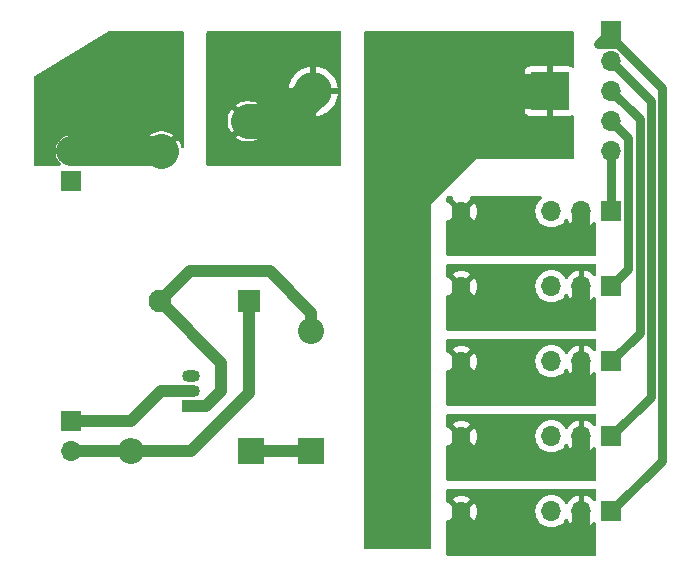
<source format=gbr>
%TF.GenerationSoftware,KiCad,Pcbnew,7.0.9*%
%TF.CreationDate,2024-02-06T23:46:10-08:00*%
%TF.ProjectId,AaronMotorDriver,4161726f-6e4d-46f7-946f-724472697665,rev?*%
%TF.SameCoordinates,Original*%
%TF.FileFunction,Copper,L1,Top*%
%TF.FilePolarity,Positive*%
%FSLAX46Y46*%
G04 Gerber Fmt 4.6, Leading zero omitted, Abs format (unit mm)*
G04 Created by KiCad (PCBNEW 7.0.9) date 2024-02-06 23:46:10*
%MOMM*%
%LPD*%
G01*
G04 APERTURE LIST*
%TA.AperFunction,ComponentPad*%
%ADD10C,1.600000*%
%TD*%
%TA.AperFunction,ComponentPad*%
%ADD11R,1.500000X1.050000*%
%TD*%
%TA.AperFunction,ComponentPad*%
%ADD12O,1.500000X1.050000*%
%TD*%
%TA.AperFunction,ComponentPad*%
%ADD13R,1.950000X1.950000*%
%TD*%
%TA.AperFunction,ComponentPad*%
%ADD14C,1.950000*%
%TD*%
%TA.AperFunction,ComponentPad*%
%ADD15C,2.400000*%
%TD*%
%TA.AperFunction,ComponentPad*%
%ADD16R,1.700000X1.700000*%
%TD*%
%TA.AperFunction,ComponentPad*%
%ADD17O,1.700000X1.700000*%
%TD*%
%TA.AperFunction,ComponentPad*%
%ADD18R,2.200000X2.200000*%
%TD*%
%TA.AperFunction,ComponentPad*%
%ADD19O,2.200000X2.200000*%
%TD*%
%TA.AperFunction,ComponentPad*%
%ADD20R,3.200000X3.200000*%
%TD*%
%TA.AperFunction,ComponentPad*%
%ADD21O,3.200000X3.200000*%
%TD*%
%TA.AperFunction,Conductor*%
%ADD22C,1.500000*%
%TD*%
%TA.AperFunction,Conductor*%
%ADD23C,2.500000*%
%TD*%
%TA.AperFunction,Conductor*%
%ADD24C,3.000000*%
%TD*%
%TA.AperFunction,Conductor*%
%ADD25C,0.750000*%
%TD*%
%TA.AperFunction,Conductor*%
%ADD26C,1.000000*%
%TD*%
G04 APERTURE END LIST*
D10*
%TO.P,TH5,2*%
%TO.N,Net-(J5-Pin_2)*%
X139700000Y-116840000D03*
%TO.P,TH5,1*%
%TO.N,Net-(D1-K)*%
X134620000Y-116840000D03*
%TD*%
%TO.P,TH4,2*%
%TO.N,Net-(J4-Pin_2)*%
X139700000Y-110490000D03*
%TO.P,TH4,1*%
%TO.N,Net-(D1-K)*%
X134620000Y-110490000D03*
%TD*%
%TO.P,TH3,1*%
%TO.N,Net-(D1-K)*%
X134620000Y-104140000D03*
%TO.P,TH3,2*%
%TO.N,Net-(J3-Pin_2)*%
X139700000Y-104140000D03*
%TD*%
%TO.P,TH2,2*%
%TO.N,Net-(J2-Pin_2)*%
X139700000Y-97790000D03*
%TO.P,TH2,1*%
%TO.N,Net-(D1-K)*%
X134620000Y-97790000D03*
%TD*%
%TO.P,TH1,2*%
%TO.N,Net-(J1-Pin_2)*%
X139700000Y-91440000D03*
%TO.P,TH1,1*%
%TO.N,Net-(D1-K)*%
X134620000Y-91440000D03*
%TD*%
D11*
%TO.P,Q1,1,C*%
%TO.N,Net-(D3-A)*%
X116840000Y-107950000D03*
D12*
%TO.P,Q1,2,B*%
%TO.N,RelayControl*%
X116840000Y-106680000D03*
%TO.P,Q1,3,E*%
%TO.N,GND*%
X116840000Y-105410000D03*
%TD*%
D13*
%TO.P,K1,1,COIL_1*%
%TO.N,VCC*%
X121750000Y-99060000D03*
D14*
%TO.P,K1,2,COIL_2*%
%TO.N,Net-(D3-A)*%
X114150000Y-99060000D03*
D15*
%TO.P,K1,3,COM*%
%TO.N,5V*%
X114300000Y-86360000D03*
%TO.P,K1,4,NO*%
%TO.N,Net-(D1-A)*%
X121600000Y-83810000D03*
%TD*%
D16*
%TO.P,J9,1,Pin_1*%
%TO.N,GND*%
X106680000Y-88900000D03*
D17*
%TO.P,J9,2,Pin_2*%
%TO.N,5V*%
X106680000Y-86360000D03*
%TD*%
D16*
%TO.P,J8,1,Pin_1*%
%TO.N,PWM4*%
X152400000Y-76200000D03*
D17*
%TO.P,J8,2,Pin_2*%
%TO.N,PWM3*%
X152400000Y-78740000D03*
%TO.P,J8,3,Pin_3*%
%TO.N,PWM2*%
X152400000Y-81280000D03*
%TO.P,J8,4,Pin_4*%
%TO.N,PWM1*%
X152400000Y-83820000D03*
%TO.P,J8,5,Pin_5*%
%TO.N,PWM0*%
X152400000Y-86360000D03*
%TD*%
D16*
%TO.P,J7,1,Pin_1*%
%TO.N,RelayControl*%
X106680000Y-109220000D03*
D17*
%TO.P,J7,2,Pin_2*%
%TO.N,VCC*%
X106680000Y-111760000D03*
%TD*%
%TO.P,J5,3,Pin_3*%
%TO.N,GND*%
X147320000Y-116840000D03*
%TO.P,J5,2,Pin_2*%
%TO.N,Net-(J5-Pin_2)*%
X149860000Y-116840000D03*
D16*
%TO.P,J5,1,Pin_1*%
%TO.N,PWM4*%
X152400000Y-116840000D03*
%TD*%
%TO.P,J4,1,Pin_1*%
%TO.N,PWM3*%
X152400000Y-110490000D03*
D17*
%TO.P,J4,2,Pin_2*%
%TO.N,Net-(J4-Pin_2)*%
X149860000Y-110490000D03*
%TO.P,J4,3,Pin_3*%
%TO.N,GND*%
X147320000Y-110490000D03*
%TD*%
D16*
%TO.P,J3,1,Pin_1*%
%TO.N,PWM2*%
X152400000Y-104140000D03*
D17*
%TO.P,J3,2,Pin_2*%
%TO.N,Net-(J3-Pin_2)*%
X149860000Y-104140000D03*
%TO.P,J3,3,Pin_3*%
%TO.N,GND*%
X147320000Y-104140000D03*
%TD*%
D16*
%TO.P,J2,1,Pin_1*%
%TO.N,PWM1*%
X152400000Y-97790000D03*
D17*
%TO.P,J2,2,Pin_2*%
%TO.N,Net-(J2-Pin_2)*%
X149860000Y-97790000D03*
%TO.P,J2,3,Pin_3*%
%TO.N,GND*%
X147320000Y-97790000D03*
%TD*%
%TO.P,J1,3,Pin_3*%
%TO.N,GND*%
X147320000Y-91440000D03*
%TO.P,J1,2,Pin_2*%
%TO.N,Net-(J1-Pin_2)*%
X149860000Y-91440000D03*
D16*
%TO.P,J1,1,Pin_1*%
%TO.N,PWM0*%
X152400000Y-91440000D03*
%TD*%
D18*
%TO.P,D3,1,K*%
%TO.N,Net-(D2-K)*%
X127000000Y-111760000D03*
D19*
%TO.P,D3,2,A*%
%TO.N,Net-(D3-A)*%
X127000000Y-101600000D03*
%TD*%
D18*
%TO.P,D2,1,K*%
%TO.N,Net-(D2-K)*%
X121920000Y-111760000D03*
D19*
%TO.P,D2,2,A*%
%TO.N,VCC*%
X111760000Y-111760000D03*
%TD*%
D20*
%TO.P,D1,1,K*%
%TO.N,Net-(D1-K)*%
X147160000Y-81280000D03*
D21*
%TO.P,D1,2,A*%
%TO.N,Net-(D1-A)*%
X127160000Y-81280000D03*
%TD*%
D22*
%TO.N,Net-(J2-Pin_2)*%
X149860000Y-97790000D02*
X149860000Y-98992081D01*
D23*
%TO.N,5V*%
X106680000Y-86360000D02*
X114300000Y-86360000D01*
D24*
%TO.N,Net-(D1-K)*%
X142875000Y-81280000D02*
X134620000Y-89535000D01*
X134620000Y-89535000D02*
X134620000Y-116840000D01*
X147160000Y-81280000D02*
X142875000Y-81280000D01*
D22*
%TO.N,Net-(J5-Pin_2)*%
X139700000Y-118110000D02*
X139700000Y-116840000D01*
X140970000Y-119380000D02*
X139700000Y-118110000D01*
X149860000Y-118042081D02*
X148522081Y-119380000D01*
X149860000Y-116840000D02*
X149860000Y-118042081D01*
X148522081Y-119380000D02*
X140970000Y-119380000D01*
%TO.N,Net-(J4-Pin_2)*%
X148522081Y-113030000D02*
X149860000Y-111692081D01*
X149860000Y-111692081D02*
X149860000Y-110490000D01*
X140970000Y-113030000D02*
X148522081Y-113030000D01*
X139700000Y-111760000D02*
X140970000Y-113030000D01*
X139700000Y-110490000D02*
X139700000Y-111760000D01*
%TO.N,Net-(J3-Pin_2)*%
X140970000Y-106680000D02*
X139700000Y-105410000D01*
X148522081Y-106680000D02*
X140970000Y-106680000D01*
X149860000Y-105342081D02*
X148522081Y-106680000D01*
X149860000Y-104140000D02*
X149860000Y-105342081D01*
X139700000Y-105410000D02*
X139700000Y-104140000D01*
%TO.N,Net-(J2-Pin_2)*%
X140970000Y-100330000D02*
X139700000Y-99060000D01*
X148522081Y-100330000D02*
X140970000Y-100330000D01*
X149860000Y-98992081D02*
X148522081Y-100330000D01*
X139700000Y-99060000D02*
X139700000Y-97790000D01*
%TO.N,Net-(J1-Pin_2)*%
X140970000Y-93980000D02*
X139700000Y-92710000D01*
X148522081Y-93980000D02*
X140970000Y-93980000D01*
X149860000Y-92642081D02*
X148522081Y-93980000D01*
X149860000Y-91440000D02*
X149860000Y-92642081D01*
X139700000Y-92710000D02*
X139700000Y-91440000D01*
D25*
%TO.N,PWM4*%
X156675000Y-80999745D02*
X156675000Y-112565000D01*
X152990255Y-77315000D02*
X156675000Y-80999745D01*
X152400000Y-76200000D02*
X151285000Y-77315000D01*
X151285000Y-77315000D02*
X152990255Y-77315000D01*
X156675000Y-112565000D02*
X152400000Y-116840000D01*
%TO.N,PWM3*%
X155725000Y-107165000D02*
X152400000Y-110490000D01*
X155725000Y-82065000D02*
X155725000Y-107165000D01*
X152400000Y-78740000D02*
X155725000Y-82065000D01*
%TO.N,PWM2*%
X154775000Y-101765000D02*
X152400000Y-104140000D01*
X154775000Y-83655000D02*
X154775000Y-101765000D01*
X152400000Y-81280000D02*
X154775000Y-83655000D01*
%TO.N,PWM1*%
X153825000Y-96365000D02*
X152400000Y-97790000D01*
X153825000Y-85245000D02*
X153825000Y-96365000D01*
X152400000Y-83820000D02*
X153825000Y-85245000D01*
%TO.N,PWM0*%
X152400000Y-86360000D02*
X152400000Y-91440000D01*
D26*
%TO.N,Net-(D3-A)*%
X114150000Y-99060000D02*
X119380000Y-104290000D01*
%TO.N,RelayControl*%
X114300000Y-106680000D02*
X111760000Y-109220000D01*
X116840000Y-106680000D02*
X114300000Y-106680000D01*
X111760000Y-109220000D02*
X106680000Y-109220000D01*
%TO.N,Net-(D3-A)*%
X119380000Y-106680000D02*
X118110000Y-107950000D01*
X119380000Y-104290000D02*
X119380000Y-106680000D01*
X118110000Y-107950000D02*
X116840000Y-107950000D01*
X116690000Y-96520000D02*
X114150000Y-99060000D01*
X127000000Y-100044366D02*
X123475634Y-96520000D01*
X127000000Y-101600000D02*
X127000000Y-100044366D01*
X123475634Y-96520000D02*
X116690000Y-96520000D01*
%TO.N,Net-(D2-K)*%
X121920000Y-111760000D02*
X127000000Y-111760000D01*
%TO.N,VCC*%
X116840000Y-111760000D02*
X121750000Y-106850000D01*
X111760000Y-111760000D02*
X116840000Y-111760000D01*
X106680000Y-111760000D02*
X111760000Y-111760000D01*
X121750000Y-99060000D02*
X121750000Y-106850000D01*
D24*
%TO.N,Net-(D1-A)*%
X121600000Y-83810000D02*
X124630000Y-83810000D01*
X124630000Y-83810000D02*
X127160000Y-81280000D01*
%TO.N,5V*%
X114300000Y-86360000D02*
X114290000Y-86370000D01*
%TD*%
%TA.AperFunction,Conductor*%
%TO.N,5V*%
G36*
X116148039Y-76219685D02*
G01*
X116193794Y-76272489D01*
X116205000Y-76324000D01*
X116205000Y-85966087D01*
X116185315Y-86033126D01*
X116132511Y-86078881D01*
X116063353Y-86088825D01*
X115999797Y-86059800D01*
X115962023Y-86001022D01*
X115960109Y-85993680D01*
X115929031Y-85857522D01*
X115929026Y-85857505D01*
X115835941Y-85620328D01*
X115835942Y-85620328D01*
X115708544Y-85399671D01*
X115666545Y-85347005D01*
X115016660Y-85996890D01*
X114929423Y-85858052D01*
X114801948Y-85730577D01*
X114663108Y-85643338D01*
X115313185Y-84993261D01*
X115152377Y-84883624D01*
X115152376Y-84883623D01*
X114922823Y-84773078D01*
X114922825Y-84773078D01*
X114679347Y-84697975D01*
X114679341Y-84697973D01*
X114427404Y-84660000D01*
X114172595Y-84660000D01*
X113920658Y-84697973D01*
X113920652Y-84697975D01*
X113677175Y-84773078D01*
X113447624Y-84883623D01*
X113447616Y-84883628D01*
X113286813Y-84993261D01*
X113936891Y-85643338D01*
X113798052Y-85730577D01*
X113670577Y-85858052D01*
X113583338Y-85996891D01*
X112933453Y-85347006D01*
X112891455Y-85399670D01*
X112764058Y-85620328D01*
X112670973Y-85857505D01*
X112670968Y-85857522D01*
X112614273Y-86105920D01*
X112595233Y-86359995D01*
X112595233Y-86360004D01*
X112614273Y-86614079D01*
X112670968Y-86862477D01*
X112670973Y-86862494D01*
X112764058Y-87099671D01*
X112764057Y-87099671D01*
X112891455Y-87320328D01*
X112977868Y-87428687D01*
X113004277Y-87493374D01*
X112991520Y-87562069D01*
X112943650Y-87612963D01*
X112880921Y-87630000D01*
X107845389Y-87630000D01*
X107778350Y-87610315D01*
X107772790Y-87606455D01*
X107772334Y-87606206D01*
X107772331Y-87606204D01*
X107772326Y-87606202D01*
X107640401Y-87556997D01*
X107584467Y-87515126D01*
X107560050Y-87449662D01*
X107574902Y-87381389D01*
X107596053Y-87353133D01*
X107718108Y-87231078D01*
X107853600Y-87037578D01*
X107953429Y-86823492D01*
X107953432Y-86823486D01*
X108010636Y-86610000D01*
X107113686Y-86610000D01*
X107139493Y-86569844D01*
X107180000Y-86431889D01*
X107180000Y-86288111D01*
X107139493Y-86150156D01*
X107113686Y-86110000D01*
X108010636Y-86110000D01*
X108010635Y-86109999D01*
X107953432Y-85896513D01*
X107953429Y-85896507D01*
X107853600Y-85682422D01*
X107853599Y-85682420D01*
X107718113Y-85488926D01*
X107718108Y-85488920D01*
X107551082Y-85321894D01*
X107357578Y-85186399D01*
X107143492Y-85086570D01*
X107143486Y-85086567D01*
X106930000Y-85029364D01*
X106930000Y-85924498D01*
X106822315Y-85875320D01*
X106715763Y-85860000D01*
X106644237Y-85860000D01*
X106537685Y-85875320D01*
X106430000Y-85924498D01*
X106430000Y-85029364D01*
X106429999Y-85029364D01*
X106216513Y-85086567D01*
X106216507Y-85086570D01*
X106002422Y-85186399D01*
X106002420Y-85186400D01*
X105808926Y-85321886D01*
X105808920Y-85321891D01*
X105641891Y-85488920D01*
X105641886Y-85488926D01*
X105506400Y-85682420D01*
X105506399Y-85682422D01*
X105406570Y-85896507D01*
X105406567Y-85896513D01*
X105349364Y-86109999D01*
X105349364Y-86110000D01*
X106246314Y-86110000D01*
X106220507Y-86150156D01*
X106180000Y-86288111D01*
X106180000Y-86431889D01*
X106220507Y-86569844D01*
X106246314Y-86610000D01*
X105349364Y-86610000D01*
X105406567Y-86823486D01*
X105406570Y-86823492D01*
X105506399Y-87037578D01*
X105641894Y-87231082D01*
X105763946Y-87353134D01*
X105797431Y-87414457D01*
X105792447Y-87484149D01*
X105750575Y-87540082D01*
X105719598Y-87556997D01*
X105587673Y-87606202D01*
X105579891Y-87610452D01*
X105579066Y-87608942D01*
X105523457Y-87629684D01*
X105514611Y-87630000D01*
X103629000Y-87630000D01*
X103561961Y-87610315D01*
X103516206Y-87557511D01*
X103505000Y-87506000D01*
X103505000Y-80080207D01*
X103524685Y-80013168D01*
X103565203Y-79973878D01*
X109822192Y-76219685D01*
X109825548Y-76217670D01*
X109889345Y-76200000D01*
X116081000Y-76200000D01*
X116148039Y-76219685D01*
G37*
%TD.AperFunction*%
%TD*%
%TA.AperFunction,Conductor*%
%TO.N,Net-(D1-A)*%
G36*
X129483039Y-76219685D02*
G01*
X129528794Y-76272489D01*
X129540000Y-76324000D01*
X129540000Y-87506000D01*
X129520315Y-87573039D01*
X129467511Y-87618794D01*
X129416000Y-87630000D01*
X118234000Y-87630000D01*
X118166961Y-87610315D01*
X118121206Y-87557511D01*
X118110000Y-87506000D01*
X118110000Y-83810004D01*
X119895233Y-83810004D01*
X119914273Y-84064079D01*
X119970968Y-84312477D01*
X119970973Y-84312494D01*
X120064058Y-84549671D01*
X120064057Y-84549671D01*
X120191457Y-84770332D01*
X120233452Y-84822993D01*
X120233453Y-84822993D01*
X120883338Y-84173108D01*
X120970577Y-84311948D01*
X121098052Y-84439423D01*
X121236890Y-84526661D01*
X120586813Y-85176737D01*
X120747623Y-85286375D01*
X120747624Y-85286376D01*
X120977176Y-85396921D01*
X120977174Y-85396921D01*
X121220652Y-85472024D01*
X121220658Y-85472026D01*
X121472595Y-85509999D01*
X121472604Y-85510000D01*
X121727396Y-85510000D01*
X121727404Y-85509999D01*
X121979341Y-85472026D01*
X121979347Y-85472024D01*
X122222824Y-85396921D01*
X122452381Y-85286373D01*
X122613185Y-85176737D01*
X121963108Y-84526661D01*
X122101948Y-84439423D01*
X122229423Y-84311948D01*
X122316661Y-84173108D01*
X122966545Y-84822993D01*
X123008545Y-84770327D01*
X123135941Y-84549671D01*
X123229026Y-84312494D01*
X123229031Y-84312477D01*
X123285726Y-84064079D01*
X123304767Y-83810004D01*
X123304767Y-83809995D01*
X123285726Y-83555920D01*
X123229031Y-83307522D01*
X123229026Y-83307505D01*
X123135941Y-83070328D01*
X123135942Y-83070328D01*
X123008544Y-82849671D01*
X122966546Y-82797006D01*
X122316661Y-83446890D01*
X122229423Y-83308052D01*
X122101948Y-83180577D01*
X121963108Y-83093338D01*
X122613185Y-82443261D01*
X122452377Y-82333624D01*
X122452376Y-82333623D01*
X122222823Y-82223078D01*
X122222825Y-82223078D01*
X121979347Y-82147975D01*
X121979341Y-82147973D01*
X121727404Y-82110000D01*
X121472595Y-82110000D01*
X121220658Y-82147973D01*
X121220652Y-82147975D01*
X120977175Y-82223078D01*
X120747624Y-82333623D01*
X120747616Y-82333628D01*
X120586813Y-82443261D01*
X121236891Y-83093338D01*
X121098052Y-83180577D01*
X120970577Y-83308052D01*
X120883338Y-83446891D01*
X120233453Y-82797006D01*
X120191455Y-82849670D01*
X120064058Y-83070328D01*
X119970973Y-83307505D01*
X119970968Y-83307522D01*
X119914273Y-83555920D01*
X119895233Y-83809995D01*
X119895233Y-83810004D01*
X118110000Y-83810004D01*
X118110000Y-81029999D01*
X125072192Y-81029999D01*
X125072193Y-81030000D01*
X126399917Y-81030000D01*
X126375123Y-81100857D01*
X126354938Y-81280000D01*
X126375123Y-81459143D01*
X126399917Y-81530000D01*
X125072193Y-81530000D01*
X125074697Y-81566619D01*
X125133146Y-81847888D01*
X125133150Y-81847902D01*
X125229355Y-82118595D01*
X125361527Y-82373676D01*
X125527204Y-82608385D01*
X125527204Y-82608386D01*
X125723288Y-82818341D01*
X125946135Y-82999641D01*
X125946146Y-82999648D01*
X126191607Y-83148917D01*
X126455108Y-83263371D01*
X126731737Y-83340879D01*
X126731746Y-83340881D01*
X126909999Y-83365380D01*
X126910000Y-83365380D01*
X126910000Y-82040083D01*
X126980857Y-82064877D01*
X127115074Y-82080000D01*
X127204926Y-82080000D01*
X127339143Y-82064877D01*
X127410000Y-82040083D01*
X127410000Y-83365380D01*
X127588253Y-83340881D01*
X127588262Y-83340879D01*
X127864891Y-83263371D01*
X128128392Y-83148917D01*
X128373853Y-82999648D01*
X128373864Y-82999641D01*
X128596711Y-82818341D01*
X128792795Y-82608386D01*
X128792795Y-82608385D01*
X128958472Y-82373676D01*
X129090644Y-82118595D01*
X129186849Y-81847902D01*
X129186853Y-81847888D01*
X129245302Y-81566619D01*
X129247807Y-81530000D01*
X127920083Y-81530000D01*
X127944877Y-81459143D01*
X127965062Y-81280000D01*
X127944877Y-81100857D01*
X127920083Y-81030000D01*
X129247807Y-81030000D01*
X129247807Y-81029999D01*
X129245302Y-80993380D01*
X129186853Y-80712111D01*
X129186849Y-80712097D01*
X129090644Y-80441404D01*
X128958472Y-80186323D01*
X128792795Y-79951614D01*
X128792795Y-79951613D01*
X128596711Y-79741658D01*
X128373864Y-79560358D01*
X128373853Y-79560351D01*
X128128392Y-79411082D01*
X127864891Y-79296628D01*
X127588262Y-79219120D01*
X127588255Y-79219119D01*
X127410000Y-79194618D01*
X127410000Y-80519916D01*
X127339143Y-80495123D01*
X127204926Y-80480000D01*
X127115074Y-80480000D01*
X126980857Y-80495123D01*
X126910000Y-80519916D01*
X126910000Y-79194618D01*
X126731744Y-79219119D01*
X126731737Y-79219120D01*
X126455108Y-79296628D01*
X126191607Y-79411082D01*
X125946146Y-79560351D01*
X125946135Y-79560358D01*
X125723288Y-79741658D01*
X125527204Y-79951613D01*
X125527204Y-79951614D01*
X125361527Y-80186323D01*
X125229355Y-80441404D01*
X125133150Y-80712097D01*
X125133146Y-80712111D01*
X125074697Y-80993380D01*
X125072192Y-81029999D01*
X118110000Y-81029999D01*
X118110000Y-76324000D01*
X118129685Y-76256961D01*
X118182489Y-76211206D01*
X118234000Y-76200000D01*
X129416000Y-76200000D01*
X129483039Y-76219685D01*
G37*
%TD.AperFunction*%
%TD*%
%TA.AperFunction,Conductor*%
%TO.N,Net-(D1-K)*%
G36*
X149168039Y-76219685D02*
G01*
X149213794Y-76272489D01*
X149225000Y-76324000D01*
X149225000Y-79155795D01*
X149205315Y-79222834D01*
X149152511Y-79268589D01*
X149083353Y-79278533D01*
X149026690Y-79255063D01*
X149002088Y-79236646D01*
X149002086Y-79236645D01*
X148867379Y-79186403D01*
X148867372Y-79186401D01*
X148807844Y-79180000D01*
X147410000Y-79180000D01*
X147410000Y-80519916D01*
X147339143Y-80495123D01*
X147204926Y-80480000D01*
X147115074Y-80480000D01*
X146980857Y-80495123D01*
X146910000Y-80519916D01*
X146910000Y-79180000D01*
X145512155Y-79180000D01*
X145452627Y-79186401D01*
X145452620Y-79186403D01*
X145317913Y-79236645D01*
X145317906Y-79236649D01*
X145202812Y-79322809D01*
X145202809Y-79322812D01*
X145116649Y-79437906D01*
X145116645Y-79437913D01*
X145066403Y-79572620D01*
X145066401Y-79572627D01*
X145060000Y-79632155D01*
X145060000Y-81030000D01*
X146399917Y-81030000D01*
X146375123Y-81100857D01*
X146354938Y-81280000D01*
X146375123Y-81459143D01*
X146399917Y-81530000D01*
X145060000Y-81530000D01*
X145060000Y-82927844D01*
X145066401Y-82987372D01*
X145066403Y-82987379D01*
X145116645Y-83122086D01*
X145116649Y-83122093D01*
X145202809Y-83237187D01*
X145202812Y-83237190D01*
X145317906Y-83323350D01*
X145317913Y-83323354D01*
X145452620Y-83373596D01*
X145452627Y-83373598D01*
X145512155Y-83379999D01*
X145512172Y-83380000D01*
X146910000Y-83380000D01*
X146910000Y-82040083D01*
X146980857Y-82064877D01*
X147115074Y-82080000D01*
X147204926Y-82080000D01*
X147339143Y-82064877D01*
X147410000Y-82040083D01*
X147410000Y-83380000D01*
X148807828Y-83380000D01*
X148807844Y-83379999D01*
X148867372Y-83373598D01*
X148867379Y-83373596D01*
X149002086Y-83323354D01*
X149002089Y-83323352D01*
X149026688Y-83304938D01*
X149092152Y-83280520D01*
X149160425Y-83295371D01*
X149209831Y-83344776D01*
X149225000Y-83404204D01*
X149225000Y-86871000D01*
X149205315Y-86938039D01*
X149152511Y-86983794D01*
X149101000Y-86995000D01*
X140970000Y-86995000D01*
X137155000Y-90805000D01*
X137159666Y-118066269D01*
X137159979Y-119890979D01*
X137140306Y-119958022D01*
X137087510Y-120003786D01*
X137035979Y-120015000D01*
X131569000Y-120015000D01*
X131501961Y-119995315D01*
X131456206Y-119942511D01*
X131445000Y-119891000D01*
X131445000Y-116840002D01*
X133315034Y-116840002D01*
X133334858Y-117066599D01*
X133334860Y-117066610D01*
X133393730Y-117286317D01*
X133393734Y-117286326D01*
X133489865Y-117492481D01*
X133489866Y-117492483D01*
X133540973Y-117565471D01*
X133540974Y-117565472D01*
X134222046Y-116884399D01*
X134234835Y-116965148D01*
X134292359Y-117078045D01*
X134381955Y-117167641D01*
X134494852Y-117225165D01*
X134575599Y-117237953D01*
X133894526Y-117919025D01*
X133894526Y-117919026D01*
X133967512Y-117970131D01*
X133967516Y-117970133D01*
X134173673Y-118066265D01*
X134173682Y-118066269D01*
X134393389Y-118125139D01*
X134393400Y-118125141D01*
X134619998Y-118144966D01*
X134620002Y-118144966D01*
X134846599Y-118125141D01*
X134846610Y-118125139D01*
X135066317Y-118066269D01*
X135066331Y-118066264D01*
X135272478Y-117970136D01*
X135345472Y-117919025D01*
X134664401Y-117237953D01*
X134745148Y-117225165D01*
X134858045Y-117167641D01*
X134947641Y-117078045D01*
X135005165Y-116965148D01*
X135017953Y-116884400D01*
X135699025Y-117565472D01*
X135750136Y-117492478D01*
X135846264Y-117286331D01*
X135846269Y-117286317D01*
X135905139Y-117066610D01*
X135905141Y-117066599D01*
X135924966Y-116840002D01*
X135924966Y-116839997D01*
X135905141Y-116613400D01*
X135905139Y-116613389D01*
X135846269Y-116393682D01*
X135846265Y-116393673D01*
X135750133Y-116187516D01*
X135750131Y-116187512D01*
X135699026Y-116114526D01*
X135699025Y-116114526D01*
X135017953Y-116795598D01*
X135005165Y-116714852D01*
X134947641Y-116601955D01*
X134858045Y-116512359D01*
X134745148Y-116454835D01*
X134664400Y-116442046D01*
X135345472Y-115760974D01*
X135345471Y-115760973D01*
X135272483Y-115709866D01*
X135272481Y-115709865D01*
X135066326Y-115613734D01*
X135066317Y-115613730D01*
X134846610Y-115554860D01*
X134846599Y-115554858D01*
X134620002Y-115535034D01*
X134619998Y-115535034D01*
X134393400Y-115554858D01*
X134393389Y-115554860D01*
X134173682Y-115613730D01*
X134173673Y-115613734D01*
X133967513Y-115709868D01*
X133894527Y-115760972D01*
X133894526Y-115760973D01*
X134575600Y-116442046D01*
X134494852Y-116454835D01*
X134381955Y-116512359D01*
X134292359Y-116601955D01*
X134234835Y-116714852D01*
X134222046Y-116795599D01*
X133540973Y-116114526D01*
X133540972Y-116114527D01*
X133489868Y-116187513D01*
X133393734Y-116393673D01*
X133393730Y-116393682D01*
X133334860Y-116613389D01*
X133334858Y-116613400D01*
X133315034Y-116839997D01*
X133315034Y-116840002D01*
X131445000Y-116840002D01*
X131445000Y-110490002D01*
X133315034Y-110490002D01*
X133334858Y-110716599D01*
X133334860Y-110716610D01*
X133393730Y-110936317D01*
X133393734Y-110936326D01*
X133489865Y-111142481D01*
X133489866Y-111142483D01*
X133540973Y-111215471D01*
X133540974Y-111215472D01*
X134222046Y-110534399D01*
X134234835Y-110615148D01*
X134292359Y-110728045D01*
X134381955Y-110817641D01*
X134494852Y-110875165D01*
X134575599Y-110887953D01*
X133894526Y-111569025D01*
X133894526Y-111569026D01*
X133967512Y-111620131D01*
X133967516Y-111620133D01*
X134173673Y-111716265D01*
X134173682Y-111716269D01*
X134393389Y-111775139D01*
X134393400Y-111775141D01*
X134619998Y-111794966D01*
X134620002Y-111794966D01*
X134846599Y-111775141D01*
X134846610Y-111775139D01*
X135066317Y-111716269D01*
X135066331Y-111716264D01*
X135272478Y-111620136D01*
X135345472Y-111569025D01*
X134664401Y-110887953D01*
X134745148Y-110875165D01*
X134858045Y-110817641D01*
X134947641Y-110728045D01*
X135005165Y-110615148D01*
X135017953Y-110534400D01*
X135699025Y-111215472D01*
X135750136Y-111142478D01*
X135846264Y-110936331D01*
X135846269Y-110936317D01*
X135905139Y-110716610D01*
X135905141Y-110716599D01*
X135924966Y-110490002D01*
X135924966Y-110489997D01*
X135905141Y-110263400D01*
X135905139Y-110263389D01*
X135846269Y-110043682D01*
X135846265Y-110043673D01*
X135750133Y-109837516D01*
X135750131Y-109837512D01*
X135699026Y-109764526D01*
X135699025Y-109764526D01*
X135017953Y-110445598D01*
X135005165Y-110364852D01*
X134947641Y-110251955D01*
X134858045Y-110162359D01*
X134745148Y-110104835D01*
X134664400Y-110092046D01*
X135345472Y-109410974D01*
X135345471Y-109410973D01*
X135272483Y-109359866D01*
X135272481Y-109359865D01*
X135066326Y-109263734D01*
X135066317Y-109263730D01*
X134846610Y-109204860D01*
X134846599Y-109204858D01*
X134620002Y-109185034D01*
X134619998Y-109185034D01*
X134393400Y-109204858D01*
X134393389Y-109204860D01*
X134173682Y-109263730D01*
X134173673Y-109263734D01*
X133967513Y-109359868D01*
X133894527Y-109410972D01*
X133894526Y-109410973D01*
X134575600Y-110092046D01*
X134494852Y-110104835D01*
X134381955Y-110162359D01*
X134292359Y-110251955D01*
X134234835Y-110364852D01*
X134222046Y-110445599D01*
X133540973Y-109764526D01*
X133540972Y-109764527D01*
X133489868Y-109837513D01*
X133393734Y-110043673D01*
X133393730Y-110043682D01*
X133334860Y-110263389D01*
X133334858Y-110263400D01*
X133315034Y-110489997D01*
X133315034Y-110490002D01*
X131445000Y-110490002D01*
X131445000Y-104140002D01*
X133315034Y-104140002D01*
X133334858Y-104366599D01*
X133334860Y-104366610D01*
X133393730Y-104586317D01*
X133393734Y-104586326D01*
X133489865Y-104792481D01*
X133489866Y-104792483D01*
X133540973Y-104865471D01*
X133540974Y-104865472D01*
X134222046Y-104184399D01*
X134234835Y-104265148D01*
X134292359Y-104378045D01*
X134381955Y-104467641D01*
X134494852Y-104525165D01*
X134575599Y-104537953D01*
X133894526Y-105219025D01*
X133894526Y-105219026D01*
X133967512Y-105270131D01*
X133967516Y-105270133D01*
X134173673Y-105366265D01*
X134173682Y-105366269D01*
X134393389Y-105425139D01*
X134393400Y-105425141D01*
X134619998Y-105444966D01*
X134620002Y-105444966D01*
X134846599Y-105425141D01*
X134846610Y-105425139D01*
X135066317Y-105366269D01*
X135066331Y-105366264D01*
X135272478Y-105270136D01*
X135345472Y-105219025D01*
X134664401Y-104537953D01*
X134745148Y-104525165D01*
X134858045Y-104467641D01*
X134947641Y-104378045D01*
X135005165Y-104265148D01*
X135017953Y-104184400D01*
X135699025Y-104865472D01*
X135750136Y-104792478D01*
X135846264Y-104586331D01*
X135846269Y-104586317D01*
X135905139Y-104366610D01*
X135905141Y-104366599D01*
X135924966Y-104140002D01*
X135924966Y-104139997D01*
X135905141Y-103913400D01*
X135905139Y-103913389D01*
X135846269Y-103693682D01*
X135846265Y-103693673D01*
X135750133Y-103487516D01*
X135750131Y-103487512D01*
X135699026Y-103414526D01*
X135699025Y-103414526D01*
X135017953Y-104095598D01*
X135005165Y-104014852D01*
X134947641Y-103901955D01*
X134858045Y-103812359D01*
X134745148Y-103754835D01*
X134664400Y-103742046D01*
X135345472Y-103060974D01*
X135345471Y-103060973D01*
X135272483Y-103009866D01*
X135272481Y-103009865D01*
X135066326Y-102913734D01*
X135066317Y-102913730D01*
X134846610Y-102854860D01*
X134846599Y-102854858D01*
X134620002Y-102835034D01*
X134619998Y-102835034D01*
X134393400Y-102854858D01*
X134393389Y-102854860D01*
X134173682Y-102913730D01*
X134173673Y-102913734D01*
X133967513Y-103009868D01*
X133894527Y-103060972D01*
X133894526Y-103060973D01*
X134575600Y-103742046D01*
X134494852Y-103754835D01*
X134381955Y-103812359D01*
X134292359Y-103901955D01*
X134234835Y-104014852D01*
X134222046Y-104095599D01*
X133540973Y-103414526D01*
X133540972Y-103414527D01*
X133489868Y-103487513D01*
X133393734Y-103693673D01*
X133393730Y-103693682D01*
X133334860Y-103913389D01*
X133334858Y-103913400D01*
X133315034Y-104139997D01*
X133315034Y-104140002D01*
X131445000Y-104140002D01*
X131445000Y-97790002D01*
X133315034Y-97790002D01*
X133334858Y-98016599D01*
X133334860Y-98016610D01*
X133393730Y-98236317D01*
X133393734Y-98236326D01*
X133489865Y-98442481D01*
X133489866Y-98442483D01*
X133540973Y-98515471D01*
X133540974Y-98515472D01*
X134222046Y-97834399D01*
X134234835Y-97915148D01*
X134292359Y-98028045D01*
X134381955Y-98117641D01*
X134494852Y-98175165D01*
X134575599Y-98187953D01*
X133894526Y-98869025D01*
X133894526Y-98869026D01*
X133967512Y-98920131D01*
X133967516Y-98920133D01*
X134173673Y-99016265D01*
X134173682Y-99016269D01*
X134393389Y-99075139D01*
X134393400Y-99075141D01*
X134619998Y-99094966D01*
X134620002Y-99094966D01*
X134846599Y-99075141D01*
X134846610Y-99075139D01*
X135066317Y-99016269D01*
X135066331Y-99016264D01*
X135272478Y-98920136D01*
X135345472Y-98869025D01*
X134664401Y-98187953D01*
X134745148Y-98175165D01*
X134858045Y-98117641D01*
X134947641Y-98028045D01*
X135005165Y-97915148D01*
X135017953Y-97834400D01*
X135699025Y-98515472D01*
X135750136Y-98442478D01*
X135846264Y-98236331D01*
X135846269Y-98236317D01*
X135905139Y-98016610D01*
X135905141Y-98016599D01*
X135924966Y-97790002D01*
X135924966Y-97789997D01*
X135905141Y-97563400D01*
X135905139Y-97563389D01*
X135846269Y-97343682D01*
X135846265Y-97343673D01*
X135750133Y-97137516D01*
X135750131Y-97137512D01*
X135699026Y-97064526D01*
X135699025Y-97064526D01*
X135017953Y-97745598D01*
X135005165Y-97664852D01*
X134947641Y-97551955D01*
X134858045Y-97462359D01*
X134745148Y-97404835D01*
X134664400Y-97392046D01*
X135345472Y-96710974D01*
X135345471Y-96710973D01*
X135272483Y-96659866D01*
X135272481Y-96659865D01*
X135066326Y-96563734D01*
X135066317Y-96563730D01*
X134846610Y-96504860D01*
X134846599Y-96504858D01*
X134620002Y-96485034D01*
X134619998Y-96485034D01*
X134393400Y-96504858D01*
X134393389Y-96504860D01*
X134173682Y-96563730D01*
X134173673Y-96563734D01*
X133967513Y-96659868D01*
X133894527Y-96710972D01*
X133894526Y-96710973D01*
X134575600Y-97392046D01*
X134494852Y-97404835D01*
X134381955Y-97462359D01*
X134292359Y-97551955D01*
X134234835Y-97664852D01*
X134222046Y-97745599D01*
X133540973Y-97064526D01*
X133540972Y-97064527D01*
X133489868Y-97137513D01*
X133393734Y-97343673D01*
X133393730Y-97343682D01*
X133334860Y-97563389D01*
X133334858Y-97563400D01*
X133315034Y-97789997D01*
X133315034Y-97790002D01*
X131445000Y-97790002D01*
X131445000Y-91440002D01*
X133315034Y-91440002D01*
X133334858Y-91666599D01*
X133334860Y-91666610D01*
X133393730Y-91886317D01*
X133393734Y-91886326D01*
X133489865Y-92092481D01*
X133489866Y-92092483D01*
X133540973Y-92165471D01*
X133540974Y-92165472D01*
X134222046Y-91484399D01*
X134234835Y-91565148D01*
X134292359Y-91678045D01*
X134381955Y-91767641D01*
X134494852Y-91825165D01*
X134575599Y-91837953D01*
X133894526Y-92519025D01*
X133894526Y-92519026D01*
X133967512Y-92570131D01*
X133967516Y-92570133D01*
X134173673Y-92666265D01*
X134173682Y-92666269D01*
X134393389Y-92725139D01*
X134393400Y-92725141D01*
X134619998Y-92744966D01*
X134620002Y-92744966D01*
X134846599Y-92725141D01*
X134846610Y-92725139D01*
X135066317Y-92666269D01*
X135066331Y-92666264D01*
X135272478Y-92570136D01*
X135345472Y-92519025D01*
X134664401Y-91837953D01*
X134745148Y-91825165D01*
X134858045Y-91767641D01*
X134947641Y-91678045D01*
X135005165Y-91565148D01*
X135017953Y-91484400D01*
X135699025Y-92165472D01*
X135750136Y-92092478D01*
X135846264Y-91886331D01*
X135846269Y-91886317D01*
X135905139Y-91666610D01*
X135905141Y-91666599D01*
X135924966Y-91440002D01*
X135924966Y-91439997D01*
X135905141Y-91213400D01*
X135905139Y-91213389D01*
X135846269Y-90993682D01*
X135846265Y-90993673D01*
X135750133Y-90787516D01*
X135750131Y-90787512D01*
X135699026Y-90714526D01*
X135699025Y-90714526D01*
X135017953Y-91395598D01*
X135005165Y-91314852D01*
X134947641Y-91201955D01*
X134858045Y-91112359D01*
X134745148Y-91054835D01*
X134664400Y-91042046D01*
X135345472Y-90360974D01*
X135345471Y-90360973D01*
X135272483Y-90309866D01*
X135272481Y-90309865D01*
X135066326Y-90213734D01*
X135066317Y-90213730D01*
X134846610Y-90154860D01*
X134846599Y-90154858D01*
X134620002Y-90135034D01*
X134619998Y-90135034D01*
X134393400Y-90154858D01*
X134393389Y-90154860D01*
X134173682Y-90213730D01*
X134173673Y-90213734D01*
X133967513Y-90309868D01*
X133894527Y-90360972D01*
X133894526Y-90360973D01*
X134575600Y-91042046D01*
X134494852Y-91054835D01*
X134381955Y-91112359D01*
X134292359Y-91201955D01*
X134234835Y-91314852D01*
X134222046Y-91395599D01*
X133540973Y-90714526D01*
X133540972Y-90714527D01*
X133489868Y-90787513D01*
X133393734Y-90993673D01*
X133393730Y-90993682D01*
X133334860Y-91213389D01*
X133334858Y-91213400D01*
X133315034Y-91439997D01*
X133315034Y-91440002D01*
X131445000Y-91440002D01*
X131445000Y-76324000D01*
X131464685Y-76256961D01*
X131517489Y-76211206D01*
X131569000Y-76200000D01*
X149101000Y-76200000D01*
X149168039Y-76219685D01*
G37*
%TD.AperFunction*%
%TD*%
%TA.AperFunction,Conductor*%
%TO.N,Net-(J1-Pin_2)*%
G36*
X146452983Y-90189685D02*
G01*
X146498738Y-90242489D01*
X146508682Y-90311647D01*
X146479657Y-90375203D01*
X146457069Y-90395574D01*
X146448595Y-90401507D01*
X146281505Y-90568597D01*
X146145965Y-90762169D01*
X146145964Y-90762171D01*
X146046098Y-90976335D01*
X146046094Y-90976344D01*
X145984938Y-91204586D01*
X145984936Y-91204596D01*
X145964341Y-91439999D01*
X145964341Y-91440000D01*
X145984936Y-91675403D01*
X145984938Y-91675413D01*
X146046094Y-91903655D01*
X146046096Y-91903659D01*
X146046097Y-91903663D01*
X146129155Y-92081781D01*
X146145965Y-92117830D01*
X146145967Y-92117834D01*
X146215437Y-92217046D01*
X146281505Y-92311401D01*
X146448599Y-92478495D01*
X146525478Y-92532326D01*
X146642165Y-92614032D01*
X146642167Y-92614033D01*
X146642170Y-92614035D01*
X146856337Y-92713903D01*
X147084592Y-92775063D01*
X147261034Y-92790500D01*
X147319999Y-92795659D01*
X147320000Y-92795659D01*
X147320001Y-92795659D01*
X147378966Y-92790500D01*
X147555408Y-92775063D01*
X147783663Y-92713903D01*
X147997830Y-92614035D01*
X148191401Y-92478495D01*
X148358495Y-92311401D01*
X148488730Y-92125405D01*
X148543307Y-92081781D01*
X148612805Y-92074587D01*
X148675160Y-92106110D01*
X148691879Y-92125405D01*
X148821890Y-92311078D01*
X148988917Y-92478105D01*
X149182421Y-92613600D01*
X149396507Y-92713429D01*
X149396516Y-92713433D01*
X149610000Y-92770634D01*
X149610000Y-91875501D01*
X149717685Y-91924680D01*
X149824237Y-91940000D01*
X149895763Y-91940000D01*
X150002315Y-91924680D01*
X150110000Y-91875501D01*
X150110000Y-92770633D01*
X150323483Y-92713433D01*
X150323492Y-92713429D01*
X150537578Y-92613600D01*
X150731078Y-92478108D01*
X150853133Y-92356053D01*
X150914456Y-92322568D01*
X150984148Y-92327552D01*
X151040082Y-92369423D01*
X151056997Y-92400401D01*
X151106202Y-92532326D01*
X151106204Y-92532331D01*
X151106206Y-92532334D01*
X151110452Y-92540109D01*
X151108942Y-92540933D01*
X151129684Y-92596543D01*
X151130000Y-92605389D01*
X151130000Y-95126000D01*
X151110315Y-95193039D01*
X151057511Y-95238794D01*
X151006000Y-95250000D01*
X138554000Y-95250000D01*
X138486961Y-95230315D01*
X138441206Y-95177511D01*
X138430000Y-95126000D01*
X138430000Y-92284085D01*
X138449685Y-92217046D01*
X138502489Y-92171291D01*
X138564809Y-92160557D01*
X138620974Y-92165471D01*
X139302046Y-91484399D01*
X139314835Y-91565148D01*
X139372359Y-91678045D01*
X139461955Y-91767641D01*
X139574852Y-91825165D01*
X139655599Y-91837953D01*
X138974526Y-92519025D01*
X138974526Y-92519026D01*
X139047512Y-92570131D01*
X139047516Y-92570133D01*
X139253673Y-92666265D01*
X139253682Y-92666269D01*
X139473389Y-92725139D01*
X139473400Y-92725141D01*
X139699998Y-92744966D01*
X139700002Y-92744966D01*
X139926599Y-92725141D01*
X139926610Y-92725139D01*
X140146317Y-92666269D01*
X140146331Y-92666264D01*
X140352478Y-92570136D01*
X140425472Y-92519025D01*
X139744401Y-91837953D01*
X139825148Y-91825165D01*
X139938045Y-91767641D01*
X140027641Y-91678045D01*
X140085165Y-91565148D01*
X140097953Y-91484400D01*
X140779025Y-92165472D01*
X140830136Y-92092478D01*
X140926264Y-91886331D01*
X140926269Y-91886317D01*
X140985139Y-91666610D01*
X140985141Y-91666599D01*
X141004966Y-91440002D01*
X141004966Y-91439997D01*
X140985141Y-91213400D01*
X140985139Y-91213389D01*
X140926269Y-90993682D01*
X140926265Y-90993673D01*
X140830133Y-90787516D01*
X140830131Y-90787512D01*
X140779026Y-90714526D01*
X140779025Y-90714526D01*
X140097953Y-91395598D01*
X140085165Y-91314852D01*
X140027641Y-91201955D01*
X139938045Y-91112359D01*
X139825148Y-91054835D01*
X139744400Y-91042046D01*
X140425472Y-90360973D01*
X140420558Y-90304808D01*
X140434324Y-90236308D01*
X140482939Y-90186125D01*
X140544086Y-90170000D01*
X146385944Y-90170000D01*
X146452983Y-90189685D01*
G37*
%TD.AperFunction*%
%TA.AperFunction,Conductor*%
G36*
X138922952Y-90189685D02*
G01*
X138968707Y-90242489D01*
X138979441Y-90304808D01*
X138974526Y-90360973D01*
X139655600Y-91042046D01*
X139574852Y-91054835D01*
X139461955Y-91112359D01*
X139372359Y-91201955D01*
X139314835Y-91314852D01*
X139302046Y-91395599D01*
X138620973Y-90714526D01*
X138564808Y-90719441D01*
X138496308Y-90705675D01*
X138446125Y-90657060D01*
X138430000Y-90595913D01*
X138430000Y-90294000D01*
X138449685Y-90226961D01*
X138502489Y-90181206D01*
X138554000Y-90170000D01*
X138855913Y-90170000D01*
X138922952Y-90189685D01*
G37*
%TD.AperFunction*%
%TD*%
%TA.AperFunction,Conductor*%
%TO.N,Net-(J2-Pin_2)*%
G36*
X151073039Y-95904685D02*
G01*
X151118794Y-95957489D01*
X151130000Y-96009000D01*
X151130000Y-96624610D01*
X151110315Y-96691649D01*
X151106454Y-96697209D01*
X151106202Y-96697671D01*
X151056997Y-96829598D01*
X151015126Y-96885532D01*
X150949661Y-96909949D01*
X150881388Y-96895097D01*
X150853134Y-96873946D01*
X150731082Y-96751894D01*
X150537578Y-96616399D01*
X150323492Y-96516570D01*
X150323486Y-96516567D01*
X150110000Y-96459364D01*
X150110000Y-97354498D01*
X150002315Y-97305320D01*
X149895763Y-97290000D01*
X149824237Y-97290000D01*
X149717685Y-97305320D01*
X149610000Y-97354498D01*
X149610000Y-96459364D01*
X149609999Y-96459364D01*
X149396513Y-96516567D01*
X149396507Y-96516570D01*
X149182422Y-96616399D01*
X149182420Y-96616400D01*
X148988926Y-96751886D01*
X148988920Y-96751891D01*
X148821891Y-96918920D01*
X148821890Y-96918922D01*
X148691880Y-97104595D01*
X148637303Y-97148219D01*
X148567804Y-97155412D01*
X148505450Y-97123890D01*
X148488730Y-97104594D01*
X148358494Y-96918597D01*
X148191402Y-96751506D01*
X148191395Y-96751501D01*
X147997834Y-96615967D01*
X147997830Y-96615965D01*
X147997828Y-96615964D01*
X147783663Y-96516097D01*
X147783659Y-96516096D01*
X147783655Y-96516094D01*
X147555413Y-96454938D01*
X147555403Y-96454936D01*
X147320001Y-96434341D01*
X147319999Y-96434341D01*
X147084596Y-96454936D01*
X147084586Y-96454938D01*
X146856344Y-96516094D01*
X146856335Y-96516098D01*
X146642171Y-96615964D01*
X146642169Y-96615965D01*
X146448597Y-96751505D01*
X146281505Y-96918597D01*
X146145965Y-97112169D01*
X146145964Y-97112171D01*
X146046098Y-97326335D01*
X146046094Y-97326344D01*
X145984938Y-97554586D01*
X145984936Y-97554596D01*
X145964341Y-97789999D01*
X145964341Y-97790000D01*
X145984936Y-98025403D01*
X145984938Y-98025413D01*
X146046094Y-98253655D01*
X146046096Y-98253659D01*
X146046097Y-98253663D01*
X146129155Y-98431781D01*
X146145965Y-98467830D01*
X146145967Y-98467834D01*
X146215437Y-98567046D01*
X146281505Y-98661401D01*
X146448599Y-98828495D01*
X146525478Y-98882326D01*
X146642165Y-98964032D01*
X146642167Y-98964033D01*
X146642170Y-98964035D01*
X146856337Y-99063903D01*
X147084592Y-99125063D01*
X147261034Y-99140500D01*
X147319999Y-99145659D01*
X147320000Y-99145659D01*
X147320001Y-99145659D01*
X147378966Y-99140500D01*
X147555408Y-99125063D01*
X147783663Y-99063903D01*
X147997830Y-98964035D01*
X148191401Y-98828495D01*
X148358495Y-98661401D01*
X148488730Y-98475405D01*
X148543307Y-98431781D01*
X148612805Y-98424587D01*
X148675160Y-98456110D01*
X148691879Y-98475405D01*
X148821890Y-98661078D01*
X148988917Y-98828105D01*
X149182421Y-98963600D01*
X149396507Y-99063429D01*
X149396516Y-99063433D01*
X149610000Y-99120634D01*
X149610000Y-98225501D01*
X149717685Y-98274680D01*
X149824237Y-98290000D01*
X149895763Y-98290000D01*
X150002315Y-98274680D01*
X150110000Y-98225501D01*
X150110000Y-99120633D01*
X150323483Y-99063433D01*
X150323492Y-99063429D01*
X150537578Y-98963600D01*
X150731078Y-98828108D01*
X150853133Y-98706053D01*
X150914456Y-98672568D01*
X150984148Y-98677552D01*
X151040082Y-98719423D01*
X151056997Y-98750401D01*
X151106202Y-98882326D01*
X151106204Y-98882331D01*
X151106206Y-98882334D01*
X151110452Y-98890109D01*
X151108942Y-98890933D01*
X151129684Y-98946543D01*
X151130000Y-98955389D01*
X151130000Y-101476000D01*
X151110315Y-101543039D01*
X151057511Y-101588794D01*
X151006000Y-101600000D01*
X138554000Y-101600000D01*
X138486961Y-101580315D01*
X138441206Y-101527511D01*
X138430000Y-101476000D01*
X138430000Y-98634085D01*
X138449685Y-98567046D01*
X138502489Y-98521291D01*
X138564809Y-98510557D01*
X138620974Y-98515471D01*
X139302046Y-97834399D01*
X139314835Y-97915148D01*
X139372359Y-98028045D01*
X139461955Y-98117641D01*
X139574852Y-98175165D01*
X139655599Y-98187953D01*
X138974526Y-98869025D01*
X138974526Y-98869026D01*
X139047512Y-98920131D01*
X139047516Y-98920133D01*
X139253673Y-99016265D01*
X139253682Y-99016269D01*
X139473389Y-99075139D01*
X139473400Y-99075141D01*
X139699998Y-99094966D01*
X139700002Y-99094966D01*
X139926599Y-99075141D01*
X139926610Y-99075139D01*
X140146317Y-99016269D01*
X140146331Y-99016264D01*
X140352478Y-98920136D01*
X140425472Y-98869025D01*
X139744401Y-98187953D01*
X139825148Y-98175165D01*
X139938045Y-98117641D01*
X140027641Y-98028045D01*
X140085165Y-97915148D01*
X140097953Y-97834400D01*
X140779025Y-98515472D01*
X140830136Y-98442478D01*
X140926264Y-98236331D01*
X140926269Y-98236317D01*
X140985139Y-98016610D01*
X140985141Y-98016599D01*
X141004966Y-97790002D01*
X141004966Y-97789997D01*
X140985141Y-97563400D01*
X140985139Y-97563389D01*
X140926269Y-97343682D01*
X140926265Y-97343673D01*
X140830133Y-97137516D01*
X140830131Y-97137512D01*
X140779026Y-97064526D01*
X140779025Y-97064526D01*
X140097953Y-97745598D01*
X140085165Y-97664852D01*
X140027641Y-97551955D01*
X139938045Y-97462359D01*
X139825148Y-97404835D01*
X139744400Y-97392046D01*
X140425472Y-96710974D01*
X140425471Y-96710973D01*
X140352483Y-96659866D01*
X140352481Y-96659865D01*
X140146326Y-96563734D01*
X140146317Y-96563730D01*
X139926610Y-96504860D01*
X139926599Y-96504858D01*
X139700002Y-96485034D01*
X139699998Y-96485034D01*
X139473400Y-96504858D01*
X139473389Y-96504860D01*
X139253682Y-96563730D01*
X139253673Y-96563734D01*
X139047513Y-96659868D01*
X138974527Y-96710972D01*
X138974526Y-96710973D01*
X139655600Y-97392046D01*
X139574852Y-97404835D01*
X139461955Y-97462359D01*
X139372359Y-97551955D01*
X139314835Y-97664852D01*
X139302046Y-97745599D01*
X138620973Y-97064526D01*
X138564808Y-97069441D01*
X138496308Y-97055675D01*
X138446125Y-97007060D01*
X138430000Y-96945913D01*
X138430000Y-96009000D01*
X138449685Y-95941961D01*
X138502489Y-95896206D01*
X138554000Y-95885000D01*
X151006000Y-95885000D01*
X151073039Y-95904685D01*
G37*
%TD.AperFunction*%
%TD*%
%TA.AperFunction,Conductor*%
%TO.N,Net-(J3-Pin_2)*%
G36*
X151073039Y-102254685D02*
G01*
X151118794Y-102307489D01*
X151130000Y-102359000D01*
X151130000Y-102974610D01*
X151110315Y-103041649D01*
X151106454Y-103047209D01*
X151106202Y-103047671D01*
X151056997Y-103179598D01*
X151015126Y-103235532D01*
X150949661Y-103259949D01*
X150881388Y-103245097D01*
X150853134Y-103223946D01*
X150731082Y-103101894D01*
X150537578Y-102966399D01*
X150323492Y-102866570D01*
X150323486Y-102866567D01*
X150110000Y-102809364D01*
X150110000Y-103704498D01*
X150002315Y-103655320D01*
X149895763Y-103640000D01*
X149824237Y-103640000D01*
X149717685Y-103655320D01*
X149610000Y-103704498D01*
X149610000Y-102809364D01*
X149609999Y-102809364D01*
X149396513Y-102866567D01*
X149396507Y-102866570D01*
X149182422Y-102966399D01*
X149182420Y-102966400D01*
X148988926Y-103101886D01*
X148988920Y-103101891D01*
X148821891Y-103268920D01*
X148821890Y-103268922D01*
X148691880Y-103454595D01*
X148637303Y-103498219D01*
X148567804Y-103505412D01*
X148505450Y-103473890D01*
X148488730Y-103454594D01*
X148358494Y-103268597D01*
X148191402Y-103101506D01*
X148191395Y-103101501D01*
X147997834Y-102965967D01*
X147997830Y-102965965D01*
X147997828Y-102965964D01*
X147783663Y-102866097D01*
X147783659Y-102866096D01*
X147783655Y-102866094D01*
X147555413Y-102804938D01*
X147555403Y-102804936D01*
X147320001Y-102784341D01*
X147319999Y-102784341D01*
X147084596Y-102804936D01*
X147084586Y-102804938D01*
X146856344Y-102866094D01*
X146856335Y-102866098D01*
X146642171Y-102965964D01*
X146642169Y-102965965D01*
X146448597Y-103101505D01*
X146281505Y-103268597D01*
X146145965Y-103462169D01*
X146145964Y-103462171D01*
X146046098Y-103676335D01*
X146046094Y-103676344D01*
X145984938Y-103904586D01*
X145984936Y-103904596D01*
X145964341Y-104139999D01*
X145964341Y-104140000D01*
X145984936Y-104375403D01*
X145984938Y-104375413D01*
X146046094Y-104603655D01*
X146046096Y-104603659D01*
X146046097Y-104603663D01*
X146129155Y-104781781D01*
X146145965Y-104817830D01*
X146145967Y-104817834D01*
X146215437Y-104917046D01*
X146281505Y-105011401D01*
X146448599Y-105178495D01*
X146525478Y-105232326D01*
X146642165Y-105314032D01*
X146642167Y-105314033D01*
X146642170Y-105314035D01*
X146856337Y-105413903D01*
X147084592Y-105475063D01*
X147261034Y-105490500D01*
X147319999Y-105495659D01*
X147320000Y-105495659D01*
X147320001Y-105495659D01*
X147378966Y-105490500D01*
X147555408Y-105475063D01*
X147783663Y-105413903D01*
X147997830Y-105314035D01*
X148191401Y-105178495D01*
X148358495Y-105011401D01*
X148488730Y-104825405D01*
X148543307Y-104781781D01*
X148612805Y-104774587D01*
X148675160Y-104806110D01*
X148691879Y-104825405D01*
X148821890Y-105011078D01*
X148988917Y-105178105D01*
X149182421Y-105313600D01*
X149396507Y-105413429D01*
X149396516Y-105413433D01*
X149610000Y-105470634D01*
X149610000Y-104575501D01*
X149717685Y-104624680D01*
X149824237Y-104640000D01*
X149895763Y-104640000D01*
X150002315Y-104624680D01*
X150110000Y-104575501D01*
X150110000Y-105470633D01*
X150323483Y-105413433D01*
X150323492Y-105413429D01*
X150537578Y-105313600D01*
X150731078Y-105178108D01*
X150853133Y-105056053D01*
X150914456Y-105022568D01*
X150984148Y-105027552D01*
X151040082Y-105069423D01*
X151056997Y-105100401D01*
X151106202Y-105232326D01*
X151106204Y-105232331D01*
X151106206Y-105232334D01*
X151110452Y-105240109D01*
X151108942Y-105240933D01*
X151129684Y-105296543D01*
X151130000Y-105305389D01*
X151130000Y-107826000D01*
X151110315Y-107893039D01*
X151057511Y-107938794D01*
X151006000Y-107950000D01*
X138554000Y-107950000D01*
X138486961Y-107930315D01*
X138441206Y-107877511D01*
X138430000Y-107826000D01*
X138430000Y-104984085D01*
X138449685Y-104917046D01*
X138502489Y-104871291D01*
X138564809Y-104860557D01*
X138620974Y-104865471D01*
X139302046Y-104184399D01*
X139314835Y-104265148D01*
X139372359Y-104378045D01*
X139461955Y-104467641D01*
X139574852Y-104525165D01*
X139655599Y-104537953D01*
X138974526Y-105219025D01*
X138974526Y-105219026D01*
X139047512Y-105270131D01*
X139047516Y-105270133D01*
X139253673Y-105366265D01*
X139253682Y-105366269D01*
X139473389Y-105425139D01*
X139473400Y-105425141D01*
X139699998Y-105444966D01*
X139700002Y-105444966D01*
X139926599Y-105425141D01*
X139926610Y-105425139D01*
X140146317Y-105366269D01*
X140146331Y-105366264D01*
X140352478Y-105270136D01*
X140425472Y-105219025D01*
X139744401Y-104537953D01*
X139825148Y-104525165D01*
X139938045Y-104467641D01*
X140027641Y-104378045D01*
X140085165Y-104265148D01*
X140097953Y-104184400D01*
X140779025Y-104865472D01*
X140830136Y-104792478D01*
X140926264Y-104586331D01*
X140926269Y-104586317D01*
X140985139Y-104366610D01*
X140985141Y-104366599D01*
X141004966Y-104140002D01*
X141004966Y-104139997D01*
X140985141Y-103913400D01*
X140985139Y-103913389D01*
X140926269Y-103693682D01*
X140926265Y-103693673D01*
X140830133Y-103487516D01*
X140830131Y-103487512D01*
X140779026Y-103414526D01*
X140779025Y-103414526D01*
X140097953Y-104095598D01*
X140085165Y-104014852D01*
X140027641Y-103901955D01*
X139938045Y-103812359D01*
X139825148Y-103754835D01*
X139744400Y-103742046D01*
X140425472Y-103060974D01*
X140425471Y-103060973D01*
X140352483Y-103009866D01*
X140352481Y-103009865D01*
X140146326Y-102913734D01*
X140146317Y-102913730D01*
X139926610Y-102854860D01*
X139926599Y-102854858D01*
X139700002Y-102835034D01*
X139699998Y-102835034D01*
X139473400Y-102854858D01*
X139473389Y-102854860D01*
X139253682Y-102913730D01*
X139253673Y-102913734D01*
X139047513Y-103009868D01*
X138974527Y-103060972D01*
X138974526Y-103060973D01*
X139655600Y-103742046D01*
X139574852Y-103754835D01*
X139461955Y-103812359D01*
X139372359Y-103901955D01*
X139314835Y-104014852D01*
X139302046Y-104095599D01*
X138620973Y-103414526D01*
X138564808Y-103419441D01*
X138496308Y-103405675D01*
X138446125Y-103357060D01*
X138430000Y-103295913D01*
X138430000Y-102359000D01*
X138449685Y-102291961D01*
X138502489Y-102246206D01*
X138554000Y-102235000D01*
X151006000Y-102235000D01*
X151073039Y-102254685D01*
G37*
%TD.AperFunction*%
%TD*%
%TA.AperFunction,Conductor*%
%TO.N,Net-(J4-Pin_2)*%
G36*
X151073039Y-108604685D02*
G01*
X151118794Y-108657489D01*
X151130000Y-108709000D01*
X151130000Y-109324610D01*
X151110315Y-109391649D01*
X151106454Y-109397209D01*
X151106202Y-109397671D01*
X151056997Y-109529598D01*
X151015126Y-109585532D01*
X150949661Y-109609949D01*
X150881388Y-109595097D01*
X150853134Y-109573946D01*
X150731082Y-109451894D01*
X150537578Y-109316399D01*
X150323492Y-109216570D01*
X150323486Y-109216567D01*
X150110000Y-109159364D01*
X150110000Y-110054498D01*
X150002315Y-110005320D01*
X149895763Y-109990000D01*
X149824237Y-109990000D01*
X149717685Y-110005320D01*
X149610000Y-110054498D01*
X149610000Y-109159364D01*
X149609999Y-109159364D01*
X149396513Y-109216567D01*
X149396507Y-109216570D01*
X149182422Y-109316399D01*
X149182420Y-109316400D01*
X148988926Y-109451886D01*
X148988920Y-109451891D01*
X148821891Y-109618920D01*
X148821890Y-109618922D01*
X148691880Y-109804595D01*
X148637303Y-109848219D01*
X148567804Y-109855412D01*
X148505450Y-109823890D01*
X148488730Y-109804594D01*
X148358494Y-109618597D01*
X148191402Y-109451506D01*
X148191395Y-109451501D01*
X147997834Y-109315967D01*
X147997830Y-109315965D01*
X147997828Y-109315964D01*
X147783663Y-109216097D01*
X147783659Y-109216096D01*
X147783655Y-109216094D01*
X147555413Y-109154938D01*
X147555403Y-109154936D01*
X147320001Y-109134341D01*
X147319999Y-109134341D01*
X147084596Y-109154936D01*
X147084586Y-109154938D01*
X146856344Y-109216094D01*
X146856335Y-109216098D01*
X146642171Y-109315964D01*
X146642169Y-109315965D01*
X146448597Y-109451505D01*
X146281505Y-109618597D01*
X146145965Y-109812169D01*
X146145964Y-109812171D01*
X146046098Y-110026335D01*
X146046094Y-110026344D01*
X145984938Y-110254586D01*
X145984936Y-110254596D01*
X145964341Y-110489999D01*
X145964341Y-110490000D01*
X145984936Y-110725403D01*
X145984938Y-110725413D01*
X146046094Y-110953655D01*
X146046096Y-110953659D01*
X146046097Y-110953663D01*
X146129155Y-111131781D01*
X146145965Y-111167830D01*
X146145967Y-111167834D01*
X146215437Y-111267046D01*
X146281505Y-111361401D01*
X146448599Y-111528495D01*
X146525478Y-111582326D01*
X146642165Y-111664032D01*
X146642167Y-111664033D01*
X146642170Y-111664035D01*
X146856337Y-111763903D01*
X147084592Y-111825063D01*
X147261034Y-111840500D01*
X147319999Y-111845659D01*
X147320000Y-111845659D01*
X147320001Y-111845659D01*
X147378966Y-111840500D01*
X147555408Y-111825063D01*
X147783663Y-111763903D01*
X147997830Y-111664035D01*
X148191401Y-111528495D01*
X148358495Y-111361401D01*
X148488730Y-111175405D01*
X148543307Y-111131781D01*
X148612805Y-111124587D01*
X148675160Y-111156110D01*
X148691879Y-111175405D01*
X148821890Y-111361078D01*
X148988917Y-111528105D01*
X149182421Y-111663600D01*
X149396507Y-111763429D01*
X149396516Y-111763433D01*
X149610000Y-111820634D01*
X149610000Y-110925501D01*
X149717685Y-110974680D01*
X149824237Y-110990000D01*
X149895763Y-110990000D01*
X150002315Y-110974680D01*
X150110000Y-110925501D01*
X150110000Y-111820633D01*
X150323483Y-111763433D01*
X150323492Y-111763429D01*
X150537578Y-111663600D01*
X150731078Y-111528108D01*
X150853133Y-111406053D01*
X150914456Y-111372568D01*
X150984148Y-111377552D01*
X151040082Y-111419423D01*
X151056997Y-111450401D01*
X151106202Y-111582326D01*
X151106204Y-111582331D01*
X151106206Y-111582334D01*
X151110452Y-111590109D01*
X151108942Y-111590933D01*
X151129684Y-111646543D01*
X151130000Y-111655389D01*
X151130000Y-114176000D01*
X151110315Y-114243039D01*
X151057511Y-114288794D01*
X151006000Y-114300000D01*
X138554000Y-114300000D01*
X138486961Y-114280315D01*
X138441206Y-114227511D01*
X138430000Y-114176000D01*
X138430000Y-111334085D01*
X138449685Y-111267046D01*
X138502489Y-111221291D01*
X138564809Y-111210557D01*
X138620974Y-111215471D01*
X139302046Y-110534399D01*
X139314835Y-110615148D01*
X139372359Y-110728045D01*
X139461955Y-110817641D01*
X139574852Y-110875165D01*
X139655599Y-110887953D01*
X138974526Y-111569025D01*
X138974526Y-111569026D01*
X139047512Y-111620131D01*
X139047516Y-111620133D01*
X139253673Y-111716265D01*
X139253682Y-111716269D01*
X139473389Y-111775139D01*
X139473400Y-111775141D01*
X139699998Y-111794966D01*
X139700002Y-111794966D01*
X139926599Y-111775141D01*
X139926610Y-111775139D01*
X140146317Y-111716269D01*
X140146331Y-111716264D01*
X140352478Y-111620136D01*
X140425472Y-111569025D01*
X139744401Y-110887953D01*
X139825148Y-110875165D01*
X139938045Y-110817641D01*
X140027641Y-110728045D01*
X140085165Y-110615148D01*
X140097953Y-110534400D01*
X140779025Y-111215472D01*
X140830136Y-111142478D01*
X140926264Y-110936331D01*
X140926269Y-110936317D01*
X140985139Y-110716610D01*
X140985141Y-110716599D01*
X141004966Y-110490002D01*
X141004966Y-110489997D01*
X140985141Y-110263400D01*
X140985139Y-110263389D01*
X140926269Y-110043682D01*
X140926265Y-110043673D01*
X140830133Y-109837516D01*
X140830131Y-109837512D01*
X140779026Y-109764526D01*
X140779025Y-109764526D01*
X140097953Y-110445598D01*
X140085165Y-110364852D01*
X140027641Y-110251955D01*
X139938045Y-110162359D01*
X139825148Y-110104835D01*
X139744400Y-110092046D01*
X140425472Y-109410974D01*
X140425471Y-109410973D01*
X140352483Y-109359866D01*
X140352481Y-109359865D01*
X140146326Y-109263734D01*
X140146317Y-109263730D01*
X139926610Y-109204860D01*
X139926599Y-109204858D01*
X139700002Y-109185034D01*
X139699998Y-109185034D01*
X139473400Y-109204858D01*
X139473389Y-109204860D01*
X139253682Y-109263730D01*
X139253673Y-109263734D01*
X139047513Y-109359868D01*
X138974527Y-109410972D01*
X138974526Y-109410973D01*
X139655600Y-110092046D01*
X139574852Y-110104835D01*
X139461955Y-110162359D01*
X139372359Y-110251955D01*
X139314835Y-110364852D01*
X139302046Y-110445599D01*
X138620973Y-109764526D01*
X138564808Y-109769441D01*
X138496308Y-109755675D01*
X138446125Y-109707060D01*
X138430000Y-109645913D01*
X138430000Y-108709000D01*
X138449685Y-108641961D01*
X138502489Y-108596206D01*
X138554000Y-108585000D01*
X151006000Y-108585000D01*
X151073039Y-108604685D01*
G37*
%TD.AperFunction*%
%TD*%
%TA.AperFunction,Conductor*%
%TO.N,Net-(J5-Pin_2)*%
G36*
X151073039Y-114954685D02*
G01*
X151118794Y-115007489D01*
X151130000Y-115059000D01*
X151130000Y-115674610D01*
X151110315Y-115741649D01*
X151106454Y-115747209D01*
X151106202Y-115747671D01*
X151056997Y-115879598D01*
X151015126Y-115935532D01*
X150949661Y-115959949D01*
X150881388Y-115945097D01*
X150853134Y-115923946D01*
X150731082Y-115801894D01*
X150537578Y-115666399D01*
X150323492Y-115566570D01*
X150323486Y-115566567D01*
X150110000Y-115509364D01*
X150110000Y-116404498D01*
X150002315Y-116355320D01*
X149895763Y-116340000D01*
X149824237Y-116340000D01*
X149717685Y-116355320D01*
X149610000Y-116404498D01*
X149610000Y-115509364D01*
X149609999Y-115509364D01*
X149396513Y-115566567D01*
X149396507Y-115566570D01*
X149182422Y-115666399D01*
X149182420Y-115666400D01*
X148988926Y-115801886D01*
X148988920Y-115801891D01*
X148821891Y-115968920D01*
X148821890Y-115968922D01*
X148691880Y-116154595D01*
X148637303Y-116198219D01*
X148567804Y-116205412D01*
X148505450Y-116173890D01*
X148488730Y-116154594D01*
X148358494Y-115968597D01*
X148191402Y-115801506D01*
X148191395Y-115801501D01*
X147997834Y-115665967D01*
X147997830Y-115665965D01*
X147997828Y-115665964D01*
X147783663Y-115566097D01*
X147783659Y-115566096D01*
X147783655Y-115566094D01*
X147555413Y-115504938D01*
X147555403Y-115504936D01*
X147320001Y-115484341D01*
X147319999Y-115484341D01*
X147084596Y-115504936D01*
X147084586Y-115504938D01*
X146856344Y-115566094D01*
X146856335Y-115566098D01*
X146642171Y-115665964D01*
X146642169Y-115665965D01*
X146448597Y-115801505D01*
X146281505Y-115968597D01*
X146145965Y-116162169D01*
X146145964Y-116162171D01*
X146046098Y-116376335D01*
X146046094Y-116376344D01*
X145984938Y-116604586D01*
X145984936Y-116604596D01*
X145964341Y-116839999D01*
X145964341Y-116840000D01*
X145984936Y-117075403D01*
X145984938Y-117075413D01*
X146046094Y-117303655D01*
X146046096Y-117303659D01*
X146046097Y-117303663D01*
X146129155Y-117481781D01*
X146145965Y-117517830D01*
X146145967Y-117517834D01*
X146215437Y-117617046D01*
X146281505Y-117711401D01*
X146448599Y-117878495D01*
X146525478Y-117932326D01*
X146642165Y-118014032D01*
X146642167Y-118014033D01*
X146642170Y-118014035D01*
X146856337Y-118113903D01*
X147084592Y-118175063D01*
X147261034Y-118190500D01*
X147319999Y-118195659D01*
X147320000Y-118195659D01*
X147320001Y-118195659D01*
X147378966Y-118190500D01*
X147555408Y-118175063D01*
X147783663Y-118113903D01*
X147997830Y-118014035D01*
X148191401Y-117878495D01*
X148358495Y-117711401D01*
X148488730Y-117525405D01*
X148543307Y-117481781D01*
X148612805Y-117474587D01*
X148675160Y-117506110D01*
X148691879Y-117525405D01*
X148821890Y-117711078D01*
X148988917Y-117878105D01*
X149182421Y-118013600D01*
X149396507Y-118113429D01*
X149396516Y-118113433D01*
X149610000Y-118170634D01*
X149610000Y-117275501D01*
X149717685Y-117324680D01*
X149824237Y-117340000D01*
X149895763Y-117340000D01*
X150002315Y-117324680D01*
X150110000Y-117275501D01*
X150110000Y-118170633D01*
X150323483Y-118113433D01*
X150323492Y-118113429D01*
X150537578Y-118013600D01*
X150731078Y-117878108D01*
X150853133Y-117756053D01*
X150914456Y-117722568D01*
X150984148Y-117727552D01*
X151040082Y-117769423D01*
X151056997Y-117800401D01*
X151106202Y-117932326D01*
X151106204Y-117932331D01*
X151106206Y-117932334D01*
X151110452Y-117940109D01*
X151108942Y-117940933D01*
X151129684Y-117996543D01*
X151130000Y-118005389D01*
X151130000Y-120526000D01*
X151110315Y-120593039D01*
X151057511Y-120638794D01*
X151006000Y-120650000D01*
X138554000Y-120650000D01*
X138486961Y-120630315D01*
X138441206Y-120577511D01*
X138430000Y-120526000D01*
X138430000Y-117684085D01*
X138449685Y-117617046D01*
X138502489Y-117571291D01*
X138564809Y-117560557D01*
X138620974Y-117565471D01*
X139302046Y-116884399D01*
X139314835Y-116965148D01*
X139372359Y-117078045D01*
X139461955Y-117167641D01*
X139574852Y-117225165D01*
X139655599Y-117237953D01*
X138974526Y-117919025D01*
X138974526Y-117919026D01*
X139047512Y-117970131D01*
X139047516Y-117970133D01*
X139253673Y-118066265D01*
X139253682Y-118066269D01*
X139473389Y-118125139D01*
X139473400Y-118125141D01*
X139699998Y-118144966D01*
X139700002Y-118144966D01*
X139926599Y-118125141D01*
X139926610Y-118125139D01*
X140146317Y-118066269D01*
X140146331Y-118066264D01*
X140352478Y-117970136D01*
X140425472Y-117919025D01*
X139744401Y-117237953D01*
X139825148Y-117225165D01*
X139938045Y-117167641D01*
X140027641Y-117078045D01*
X140085165Y-116965148D01*
X140097953Y-116884400D01*
X140779025Y-117565472D01*
X140830136Y-117492478D01*
X140926264Y-117286331D01*
X140926269Y-117286317D01*
X140985139Y-117066610D01*
X140985141Y-117066599D01*
X141004966Y-116840002D01*
X141004966Y-116839997D01*
X140985141Y-116613400D01*
X140985139Y-116613389D01*
X140926269Y-116393682D01*
X140926265Y-116393673D01*
X140830133Y-116187516D01*
X140830131Y-116187512D01*
X140779026Y-116114526D01*
X140779025Y-116114526D01*
X140097953Y-116795598D01*
X140085165Y-116714852D01*
X140027641Y-116601955D01*
X139938045Y-116512359D01*
X139825148Y-116454835D01*
X139744400Y-116442046D01*
X140425472Y-115760974D01*
X140425471Y-115760973D01*
X140352483Y-115709866D01*
X140352481Y-115709865D01*
X140146326Y-115613734D01*
X140146317Y-115613730D01*
X139926610Y-115554860D01*
X139926599Y-115554858D01*
X139700002Y-115535034D01*
X139699998Y-115535034D01*
X139473400Y-115554858D01*
X139473389Y-115554860D01*
X139253682Y-115613730D01*
X139253673Y-115613734D01*
X139047513Y-115709868D01*
X138974527Y-115760972D01*
X138974526Y-115760973D01*
X139655600Y-116442046D01*
X139574852Y-116454835D01*
X139461955Y-116512359D01*
X139372359Y-116601955D01*
X139314835Y-116714852D01*
X139302046Y-116795599D01*
X138620973Y-116114526D01*
X138564808Y-116119441D01*
X138496308Y-116105675D01*
X138446125Y-116057060D01*
X138430000Y-115995913D01*
X138430000Y-115059000D01*
X138449685Y-114991961D01*
X138502489Y-114946206D01*
X138554000Y-114935000D01*
X151006000Y-114935000D01*
X151073039Y-114954685D01*
G37*
%TD.AperFunction*%
%TD*%
M02*

</source>
